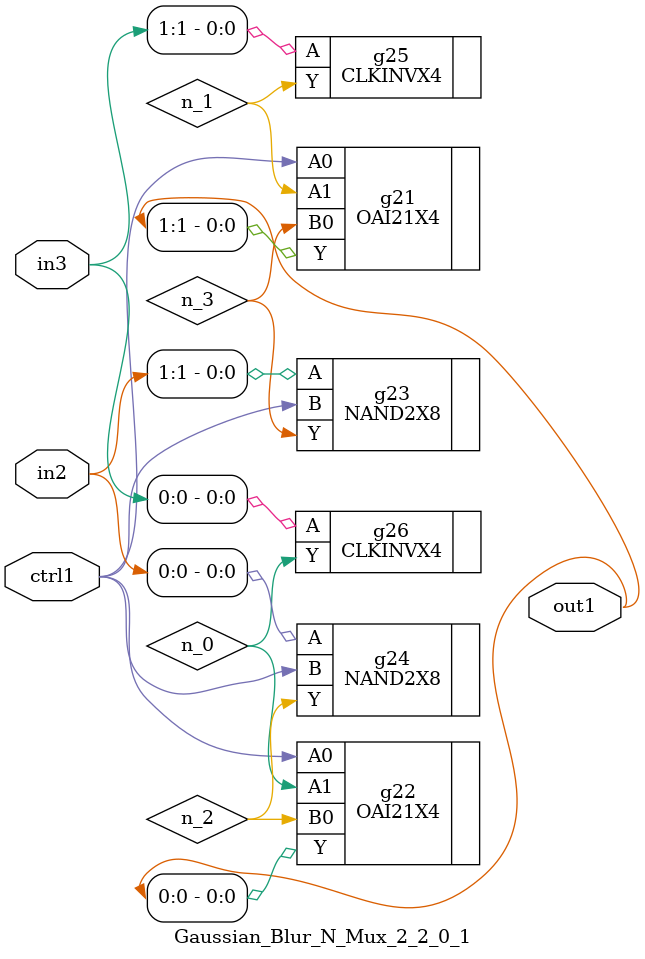
<source format=v>
`timescale 1ps / 1ps


module Gaussian_Blur_N_Mux_2_2_0_1(in3, in2, ctrl1, out1);
  input [1:0] in3, in2;
  input ctrl1;
  output [1:0] out1;
  wire [1:0] in3, in2;
  wire ctrl1;
  wire [1:0] out1;
  wire n_0, n_1, n_2, n_3;
  OAI21X4 g21(.A0 (ctrl1), .A1 (n_1), .B0 (n_3), .Y (out1[1]));
  OAI21X4 g22(.A0 (ctrl1), .A1 (n_0), .B0 (n_2), .Y (out1[0]));
  NAND2X8 g23(.A (in2[1]), .B (ctrl1), .Y (n_3));
  NAND2X8 g24(.A (in2[0]), .B (ctrl1), .Y (n_2));
  CLKINVX4 g25(.A (in3[1]), .Y (n_1));
  CLKINVX4 g26(.A (in3[0]), .Y (n_0));
endmodule


</source>
